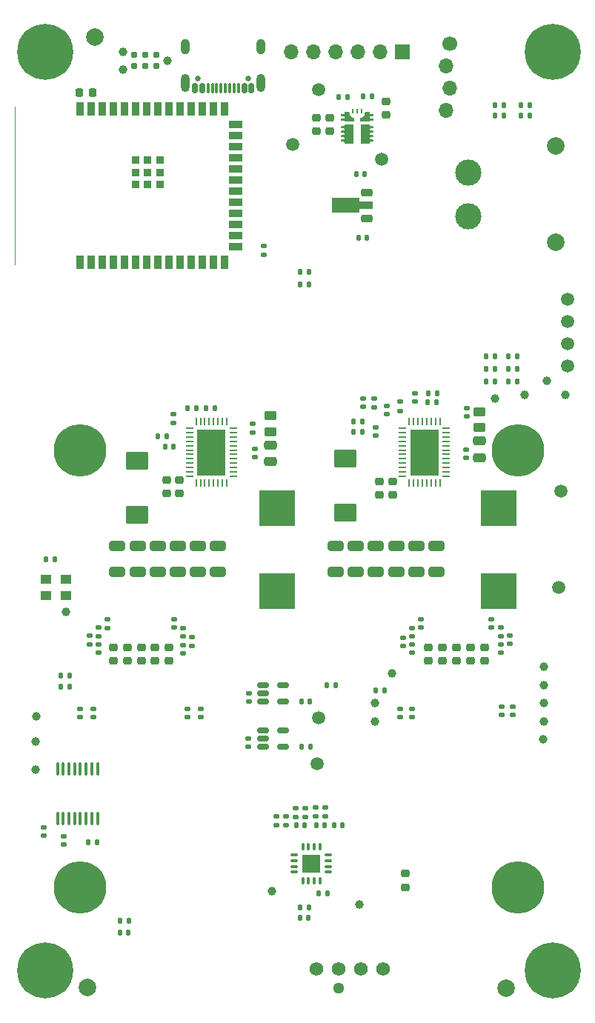
<source format=gbr>
%TF.GenerationSoftware,KiCad,Pcbnew,8.0.7*%
%TF.CreationDate,2025-02-10T22:40:20-05:00*%
%TF.ProjectId,BitaxeGT,42697461-7865-4475-942e-6b696361645f,v800*%
%TF.SameCoordinates,Original*%
%TF.FileFunction,Soldermask,Bot*%
%TF.FilePolarity,Negative*%
%FSLAX46Y46*%
G04 Gerber Fmt 4.6, Leading zero omitted, Abs format (unit mm)*
G04 Created by KiCad (PCBNEW 8.0.7) date 2025-02-10 22:40:20*
%MOMM*%
%LPD*%
G01*
G04 APERTURE LIST*
G04 Aperture macros list*
%AMRoundRect*
0 Rectangle with rounded corners*
0 $1 Rounding radius*
0 $2 $3 $4 $5 $6 $7 $8 $9 X,Y pos of 4 corners*
0 Add a 4 corners polygon primitive as box body*
4,1,4,$2,$3,$4,$5,$6,$7,$8,$9,$2,$3,0*
0 Add four circle primitives for the rounded corners*
1,1,$1+$1,$2,$3*
1,1,$1+$1,$4,$5*
1,1,$1+$1,$6,$7*
1,1,$1+$1,$8,$9*
0 Add four rect primitives between the rounded corners*
20,1,$1+$1,$2,$3,$4,$5,0*
20,1,$1+$1,$4,$5,$6,$7,0*
20,1,$1+$1,$6,$7,$8,$9,0*
20,1,$1+$1,$8,$9,$2,$3,0*%
%AMFreePoly0*
4,1,9,3.862500,-0.866500,0.737500,-0.866500,0.737500,-0.450000,-0.737500,-0.450000,-0.737500,0.450000,0.737500,0.450000,0.737500,0.866500,3.862500,0.866500,3.862500,-0.866500,3.862500,-0.866500,$1*%
G04 Aperture macros list end*
%ADD10C,0.000000*%
%ADD11C,0.120000*%
%ADD12C,6.000000*%
%ADD13C,0.800000*%
%ADD14C,6.400000*%
%ADD15R,1.700000X1.700000*%
%ADD16O,1.700000X1.700000*%
%ADD17C,3.000000*%
%ADD18C,2.000000*%
%ADD19C,1.574800*%
%ADD20C,1.295400*%
%ADD21C,1.700000*%
%ADD22RoundRect,0.135000X0.185000X-0.135000X0.185000X0.135000X-0.185000X0.135000X-0.185000X-0.135000X0*%
%ADD23RoundRect,0.140000X0.170000X-0.140000X0.170000X0.140000X-0.170000X0.140000X-0.170000X-0.140000X0*%
%ADD24RoundRect,0.140000X-0.140000X-0.170000X0.140000X-0.170000X0.140000X0.170000X-0.140000X0.170000X0*%
%ADD25RoundRect,0.135000X0.135000X0.185000X-0.135000X0.185000X-0.135000X-0.185000X0.135000X-0.185000X0*%
%ADD26C,1.000000*%
%ADD27RoundRect,0.140000X-0.170000X0.140000X-0.170000X-0.140000X0.170000X-0.140000X0.170000X0.140000X0*%
%ADD28C,0.787400*%
%ADD29C,0.990600*%
%ADD30RoundRect,0.250000X-0.650000X0.325000X-0.650000X-0.325000X0.650000X-0.325000X0.650000X0.325000X0*%
%ADD31RoundRect,0.225000X0.225000X0.250000X-0.225000X0.250000X-0.225000X-0.250000X0.225000X-0.250000X0*%
%ADD32RoundRect,0.225000X-0.250000X0.225000X-0.250000X-0.225000X0.250000X-0.225000X0.250000X0.225000X0*%
%ADD33R,1.300000X1.100000*%
%ADD34RoundRect,0.135000X-0.135000X-0.185000X0.135000X-0.185000X0.135000X0.185000X-0.135000X0.185000X0*%
%ADD35RoundRect,0.150000X-0.512500X-0.150000X0.512500X-0.150000X0.512500X0.150000X-0.512500X0.150000X0*%
%ADD36C,0.400000*%
%ADD37R,3.300000X5.300000*%
%ADD38RoundRect,0.062500X0.062500X0.337500X-0.062500X0.337500X-0.062500X-0.337500X0.062500X-0.337500X0*%
%ADD39RoundRect,0.062500X0.337500X0.062500X-0.337500X0.062500X-0.337500X-0.062500X0.337500X-0.062500X0*%
%ADD40C,1.500000*%
%ADD41RoundRect,0.140000X0.140000X0.170000X-0.140000X0.170000X-0.140000X-0.170000X0.140000X-0.170000X0*%
%ADD42R,0.220000X0.599999*%
%ADD43RoundRect,0.250000X0.475000X-0.250000X0.475000X0.250000X-0.475000X0.250000X-0.475000X-0.250000X0*%
%ADD44R,4.100000X4.100000*%
%ADD45O,1.000000X2.100000*%
%ADD46O,1.000000X1.800000*%
%ADD47RoundRect,0.075000X-0.075000X-0.500000X0.075000X-0.500000X0.075000X0.500000X-0.075000X0.500000X0*%
%ADD48RoundRect,0.150000X-0.150000X-0.425000X0.150000X-0.425000X0.150000X0.425000X-0.150000X0.425000X0*%
%ADD49C,0.650000*%
%ADD50RoundRect,0.135000X-0.185000X0.135000X-0.185000X-0.135000X0.185000X-0.135000X0.185000X0.135000X0*%
%ADD51RoundRect,0.250000X0.450000X-0.262500X0.450000X0.262500X-0.450000X0.262500X-0.450000X-0.262500X0*%
%ADD52RoundRect,0.100000X-0.100000X0.637500X-0.100000X-0.637500X0.100000X-0.637500X0.100000X0.637500X0*%
%ADD53RoundRect,0.225000X0.250000X-0.225000X0.250000X0.225000X-0.250000X0.225000X-0.250000X-0.225000X0*%
%ADD54RoundRect,0.250000X-1.025000X0.787500X-1.025000X-0.787500X1.025000X-0.787500X1.025000X0.787500X0*%
%ADD55R,0.900000X1.500000*%
%ADD56R,1.500000X0.900000*%
%ADD57R,0.900000X0.900000*%
%ADD58R,2.100000X2.100000*%
%ADD59RoundRect,0.075000X-0.350000X0.075000X-0.350000X-0.075000X0.350000X-0.075000X0.350000X0.075000X0*%
%ADD60RoundRect,0.075000X-0.075000X0.350000X-0.075000X-0.350000X0.075000X-0.350000X0.075000X0.350000X0*%
%ADD61RoundRect,0.225000X0.425000X0.225000X-0.425000X0.225000X-0.425000X-0.225000X0.425000X-0.225000X0*%
%ADD62FreePoly0,180.000000*%
G04 APERTURE END LIST*
D10*
%TO.C,U3*%
G36*
X136775000Y-48400001D02*
G01*
X136775000Y-48607001D01*
X136789999Y-48643000D01*
X137137001Y-48990000D01*
X137173001Y-49005001D01*
X137260001Y-49005001D01*
X137310003Y-49055001D01*
X137310001Y-49375000D01*
X137260001Y-49425000D01*
X136250000Y-49425000D01*
X136200000Y-49375000D01*
X136150000Y-49325000D01*
X135850001Y-49325000D01*
X135800001Y-49275001D01*
X135800001Y-49125001D01*
X135850001Y-49075001D01*
X136150000Y-49075001D01*
X136200000Y-49025001D01*
X136200000Y-48875001D01*
X136150000Y-48824999D01*
X135850001Y-48824999D01*
X135800001Y-48774999D01*
X135800001Y-48624999D01*
X135850001Y-48574999D01*
X136150000Y-48574999D01*
X136200000Y-48525000D01*
X136200000Y-48400001D01*
X136250000Y-48350001D01*
X136725001Y-48350001D01*
X136775000Y-48400001D01*
G37*
G36*
X139100000Y-48400001D02*
G01*
X139100000Y-48525000D01*
X139150000Y-48574999D01*
X139449999Y-48574999D01*
X139499999Y-48624999D01*
X139499999Y-48774999D01*
X139449999Y-48824999D01*
X139150000Y-48824999D01*
X139100000Y-48875001D01*
X139100000Y-49025001D01*
X139150000Y-49075001D01*
X139449999Y-49075001D01*
X139499999Y-49125001D01*
X139499999Y-49275001D01*
X139449999Y-49325000D01*
X139150000Y-49325000D01*
X139100000Y-49375000D01*
X139050000Y-49425000D01*
X138039999Y-49425000D01*
X137989999Y-49375000D01*
X137989997Y-49055001D01*
X138039999Y-49005001D01*
X138126999Y-49005001D01*
X138162999Y-48990000D01*
X138510001Y-48643000D01*
X138525000Y-48607001D01*
X138525000Y-48400001D01*
X138574999Y-48350001D01*
X139050000Y-48350001D01*
X139100000Y-48400001D01*
G37*
G36*
X137200001Y-49824999D02*
G01*
X137200001Y-51924998D01*
X137150004Y-51975000D01*
X136250000Y-51975000D01*
X136200000Y-51924998D01*
X136200000Y-51789999D01*
X136150000Y-51739999D01*
X135849999Y-51739999D01*
X135800001Y-51690000D01*
X135800001Y-51540000D01*
X135850001Y-51490000D01*
X136150000Y-51490000D01*
X136200000Y-51440000D01*
X136200000Y-51290000D01*
X136150000Y-51240000D01*
X135850001Y-51240000D01*
X135800001Y-51190001D01*
X135800001Y-51040001D01*
X135850001Y-50989998D01*
X136150000Y-50990001D01*
X136200000Y-50939999D01*
X136200000Y-50790001D01*
X136150000Y-50739999D01*
X135850001Y-50739999D01*
X135800001Y-50689999D01*
X135800001Y-50539999D01*
X135850001Y-50489999D01*
X136150000Y-50489999D01*
X136200000Y-50439997D01*
X136200000Y-50290000D01*
X136150000Y-50239995D01*
X135850001Y-50240000D01*
X135800001Y-50190003D01*
X135799999Y-50040000D01*
X135850001Y-49990003D01*
X136150000Y-49990000D01*
X136200000Y-49940001D01*
X136200000Y-49824999D01*
X136250003Y-49775002D01*
X137149998Y-49775000D01*
X137200001Y-49824999D01*
G37*
G36*
X139050000Y-49775002D02*
G01*
X139100000Y-49824999D01*
X139100000Y-49940001D01*
X139150000Y-49990000D01*
X139449999Y-49990003D01*
X139500001Y-50040000D01*
X139499999Y-50190003D01*
X139449999Y-50240000D01*
X139150000Y-50239997D01*
X139100000Y-50290000D01*
X139100000Y-50439997D01*
X139150000Y-50489999D01*
X139449999Y-50489999D01*
X139499999Y-50539999D01*
X139499999Y-50689999D01*
X139449999Y-50739999D01*
X139150000Y-50739999D01*
X139100000Y-50789999D01*
X139100000Y-50940001D01*
X139150000Y-50989998D01*
X139449999Y-50989998D01*
X139499999Y-51040001D01*
X139499999Y-51190001D01*
X139449999Y-51240000D01*
X139150000Y-51240000D01*
X139100000Y-51290000D01*
X139100000Y-51440000D01*
X139150000Y-51490000D01*
X139449999Y-51490000D01*
X139499999Y-51540000D01*
X139499999Y-51690000D01*
X139449999Y-51739999D01*
X139150000Y-51739999D01*
X139100000Y-51789999D01*
X139100000Y-51924998D01*
X139050000Y-51975000D01*
X138149999Y-51975000D01*
X138099999Y-51924998D01*
X138099999Y-49824999D01*
X138150002Y-49775000D01*
X139050000Y-49775002D01*
G37*
D11*
%TO.C,U6*%
X98520000Y-65750000D02*
X98520000Y-47750000D01*
%TD*%
D12*
%TO.C,H5*%
X156000000Y-87000000D03*
%TD*%
%TO.C,H8*%
X156000000Y-137000000D03*
%TD*%
%TO.C,H7*%
X106000000Y-137000000D03*
%TD*%
%TO.C,H6*%
X106000000Y-87000000D03*
%TD*%
D13*
%TO.C,H4*%
X99600000Y-146500000D03*
X100302944Y-144802944D03*
X100302944Y-148197056D03*
X102000000Y-144100000D03*
D14*
X102000000Y-146500000D03*
D13*
X102000000Y-148900000D03*
X103697056Y-144802944D03*
X103697056Y-148197056D03*
X104400000Y-146500000D03*
%TD*%
%TO.C,H2*%
X99600000Y-41500000D03*
X100302944Y-39802944D03*
X100302944Y-43197056D03*
X102000000Y-39100000D03*
D14*
X102000000Y-41500000D03*
D13*
X102000000Y-43900000D03*
X103697056Y-39802944D03*
X103697056Y-43197056D03*
X104400000Y-41500000D03*
%TD*%
%TO.C,H3*%
X157600000Y-146500000D03*
X158302944Y-144802944D03*
X158302944Y-148197056D03*
X160000000Y-144100000D03*
D14*
X160000000Y-146500000D03*
D13*
X160000000Y-148900000D03*
X161697056Y-144802944D03*
X161697056Y-148197056D03*
X162400000Y-146500000D03*
%TD*%
%TO.C,H1*%
X157600000Y-41500000D03*
X158302944Y-39802944D03*
X158302944Y-43197056D03*
X160000000Y-39100000D03*
D14*
X160000000Y-41500000D03*
D13*
X160000000Y-43900000D03*
X161697056Y-39802944D03*
X161697056Y-43197056D03*
X162400000Y-41500000D03*
%TD*%
D15*
%TO.C,J5*%
X142850000Y-41500000D03*
D16*
X140310000Y-41500000D03*
X137770000Y-41500000D03*
X135230000Y-41500000D03*
X132690000Y-41500000D03*
X130150000Y-41500000D03*
%TD*%
D17*
%TO.C,J1*%
X150350000Y-55250000D03*
X150350000Y-60250000D03*
D18*
X160350000Y-52250000D03*
X160350000Y-63250000D03*
%TD*%
D19*
%TO.C,J7*%
X133000600Y-146338851D03*
X135540600Y-146338851D03*
X138080600Y-146338851D03*
X140620600Y-146338851D03*
D20*
X135540600Y-148498852D03*
%TD*%
D21*
%TO.C,J3*%
X148200000Y-40550000D03*
D16*
X147800000Y-43090000D03*
X148200000Y-45630000D03*
X147800000Y-48170000D03*
%TD*%
D22*
%TO.C,R29*%
X134000000Y-128900000D03*
X134000000Y-127880000D03*
%TD*%
D23*
%TO.C,C17*%
X138300000Y-82080000D03*
X138300000Y-81120000D03*
%TD*%
D24*
%TO.C,C37*%
X115720000Y-86650000D03*
X116680000Y-86650000D03*
%TD*%
D25*
%TO.C,R22*%
X157400000Y-47600000D03*
X156380000Y-47600000D03*
%TD*%
D26*
%TO.C,TP6*%
X158950000Y-118000000D03*
%TD*%
%TO.C,TP20*%
X127950000Y-137400000D03*
%TD*%
D27*
%TO.C,C7*%
X150100000Y-86920000D03*
X150100000Y-87880000D03*
%TD*%
D28*
%TO.C,J8*%
X112130000Y-41830000D03*
X112130000Y-43100000D03*
X113400000Y-41830000D03*
X113400000Y-43100000D03*
X114670000Y-41830000D03*
X114670000Y-43100000D03*
D29*
X110860000Y-41449000D03*
X110860000Y-43481000D03*
X115940000Y-42465000D03*
%TD*%
D23*
%TO.C,C84*%
X143950000Y-117530000D03*
X143950000Y-116570000D03*
%TD*%
D26*
%TO.C,TP30*%
X156800000Y-80700000D03*
%TD*%
D30*
%TO.C,C12*%
X139800000Y-97975000D03*
X139800000Y-100925000D03*
%TD*%
%TO.C,C33*%
X114850000Y-98000000D03*
X114850000Y-100950000D03*
%TD*%
D31*
%TO.C,C49*%
X107425000Y-46150000D03*
X105875000Y-46150000D03*
%TD*%
D32*
%TO.C,C38*%
X116150000Y-109575000D03*
X116150000Y-111125000D03*
%TD*%
D30*
%TO.C,C14*%
X135200000Y-97975000D03*
X135200000Y-100925000D03*
%TD*%
D23*
%TO.C,C65*%
X107125000Y-109205000D03*
X107125000Y-108245000D03*
%TD*%
D33*
%TO.C,U8*%
X102050000Y-101750000D03*
X104350000Y-101750000D03*
X104350000Y-103650000D03*
X102050000Y-103650000D03*
%TD*%
D34*
%TO.C,R20*%
X110540000Y-140800000D03*
X111560000Y-140800000D03*
%TD*%
D35*
%TO.C,U11*%
X126875000Y-120900000D03*
X126875000Y-119950000D03*
X126875000Y-119000000D03*
X129150000Y-119000000D03*
X129150000Y-120900000D03*
%TD*%
D26*
%TO.C,TP14*%
X100900000Y-123550000D03*
%TD*%
D36*
%TO.C,U4*%
X119720000Y-85850000D03*
X119720000Y-87250000D03*
X119720000Y-88650000D03*
X121000000Y-84850000D03*
X121000000Y-85850000D03*
D37*
X121000000Y-87250000D03*
D36*
X121000000Y-87250000D03*
X121000000Y-88650000D03*
X121000000Y-89650000D03*
X122280000Y-85850000D03*
X122280000Y-87250000D03*
X122280000Y-88650000D03*
D38*
X122750000Y-83750000D03*
X122250000Y-83750000D03*
X121750000Y-83750000D03*
X121250000Y-83750000D03*
X120750000Y-83750000D03*
X120250000Y-83750000D03*
X119750000Y-83750000D03*
X119250000Y-83750000D03*
D39*
X118500000Y-84500000D03*
X118500000Y-85000000D03*
X118500000Y-85500000D03*
X118500000Y-86000000D03*
X118500000Y-86500000D03*
X118500000Y-87000000D03*
X118500000Y-87500000D03*
X118500000Y-88000000D03*
X118500000Y-88500000D03*
X118500000Y-89000000D03*
X118500000Y-89500000D03*
X118500000Y-90000000D03*
D38*
X119250000Y-90750000D03*
X119750000Y-90750000D03*
X120250000Y-90750000D03*
X120750000Y-90750000D03*
X121250000Y-90750000D03*
X121750000Y-90750000D03*
X122250000Y-90750000D03*
X122750000Y-90750000D03*
D39*
X123500000Y-90000000D03*
X123500000Y-89500000D03*
X123500000Y-89000000D03*
X123500000Y-88500000D03*
X123500000Y-88000000D03*
X123500000Y-87500000D03*
X123500000Y-87000000D03*
X123500000Y-86500000D03*
X123500000Y-86000000D03*
X123500000Y-85500000D03*
X123500000Y-85000000D03*
X123500000Y-84500000D03*
%TD*%
D18*
%TO.C,FID5*%
X106833200Y-148440000D03*
%TD*%
D23*
%TO.C,C80*%
X106000000Y-117530000D03*
X106000000Y-116570000D03*
%TD*%
%TO.C,C85*%
X142600000Y-117530000D03*
X142600000Y-116570000D03*
%TD*%
%TO.C,C75*%
X144940000Y-107310000D03*
X144940000Y-106350000D03*
%TD*%
D27*
%TO.C,C68*%
X116750000Y-106345000D03*
X116750000Y-107305000D03*
%TD*%
D40*
%TO.C,TP25*%
X161700000Y-77400000D03*
%TD*%
D32*
%TO.C,C57*%
X109800000Y-109575000D03*
X109800000Y-111125000D03*
%TD*%
D40*
%TO.C,TP28*%
X133275000Y-45775000D03*
%TD*%
D32*
%TO.C,C2*%
X141675000Y-90600000D03*
X141675000Y-92150000D03*
%TD*%
D40*
%TO.C,TP18*%
X133112500Y-122850000D03*
%TD*%
D24*
%TO.C,C53*%
X102120000Y-99500000D03*
X103080000Y-99500000D03*
%TD*%
D34*
%TO.C,R26*%
X103790000Y-114040000D03*
X104810000Y-114040000D03*
%TD*%
%TO.C,R21*%
X131090000Y-68100000D03*
X132110000Y-68100000D03*
%TD*%
D26*
%TO.C,TP21*%
X137900000Y-138950000D03*
%TD*%
D23*
%TO.C,C87*%
X155400000Y-117270000D03*
X155400000Y-116310000D03*
%TD*%
D30*
%TO.C,C11*%
X142100000Y-97975000D03*
X142100000Y-100925000D03*
%TD*%
D27*
%TO.C,C71*%
X117725000Y-109270000D03*
X117725000Y-110230000D03*
%TD*%
D34*
%TO.C,R23*%
X106890000Y-131800000D03*
X107910000Y-131800000D03*
%TD*%
%TO.C,R9*%
X154940000Y-76300000D03*
X155960000Y-76300000D03*
%TD*%
D41*
%TO.C,C20*%
X146680000Y-81550000D03*
X145720000Y-81550000D03*
%TD*%
D32*
%TO.C,C58*%
X152200000Y-109575000D03*
X152200000Y-111125000D03*
%TD*%
D40*
%TO.C,TP23*%
X161700000Y-72320000D03*
%TD*%
D34*
%TO.C,R19*%
X118290000Y-82200000D03*
X119310000Y-82200000D03*
%TD*%
D32*
%TO.C,C55*%
X112990000Y-109575000D03*
X112990000Y-111125000D03*
%TD*%
D24*
%TO.C,C92*%
X135020000Y-129890000D03*
X135980000Y-129890000D03*
%TD*%
D26*
%TO.C,TP31*%
X159300000Y-79100000D03*
%TD*%
D42*
%TO.C,U3*%
X137150001Y-48300001D03*
X137650000Y-48300001D03*
X138149999Y-48300001D03*
%TD*%
D34*
%TO.C,R8*%
X145740000Y-80500000D03*
X146760000Y-80500000D03*
%TD*%
D22*
%TO.C,R36*%
X130650000Y-128910000D03*
X130650000Y-127890000D03*
%TD*%
D27*
%TO.C,C88*%
X125212500Y-119970000D03*
X125212500Y-120930000D03*
%TD*%
D32*
%TO.C,C23*%
X117325000Y-90425000D03*
X117325000Y-91975000D03*
%TD*%
D34*
%TO.C,R13*%
X152340000Y-77700000D03*
X153360000Y-77700000D03*
%TD*%
D23*
%TO.C,C66*%
X108125000Y-108255000D03*
X108125000Y-107295000D03*
%TD*%
D30*
%TO.C,C34*%
X112550000Y-98000000D03*
X112550000Y-100950000D03*
%TD*%
D34*
%TO.C,R39*%
X153390000Y-47600000D03*
X154410000Y-47600000D03*
%TD*%
D26*
%TO.C,TP10*%
X100950000Y-117400000D03*
%TD*%
%TO.C,TP12*%
X100900000Y-120300000D03*
%TD*%
D32*
%TO.C,C60*%
X149000000Y-109575000D03*
X149000000Y-111125000D03*
%TD*%
D40*
%TO.C,TP15*%
X160700000Y-102700000D03*
%TD*%
D30*
%TO.C,C32*%
X117150000Y-98000000D03*
X117150000Y-100950000D03*
%TD*%
D32*
%TO.C,C59*%
X150600000Y-109575000D03*
X150600000Y-111125000D03*
%TD*%
D43*
%TO.C,C29*%
X127725000Y-88325000D03*
X127725000Y-86425000D03*
%TD*%
D44*
%TO.C,L1*%
X153850000Y-93650000D03*
X153850000Y-103150000D03*
%TD*%
D32*
%TO.C,C54*%
X114550000Y-109575000D03*
X114550000Y-111125000D03*
%TD*%
D26*
%TO.C,TP11*%
X141650000Y-112550000D03*
%TD*%
D44*
%TO.C,L2*%
X128500000Y-93650000D03*
X128500000Y-103150000D03*
%TD*%
D23*
%TO.C,C81*%
X107550000Y-117530000D03*
X107550000Y-116570000D03*
%TD*%
D40*
%TO.C,TP24*%
X161700000Y-74860000D03*
%TD*%
D34*
%TO.C,R18*%
X135565000Y-46650000D03*
X136585000Y-46650000D03*
%TD*%
D23*
%TO.C,C83*%
X118250000Y-117530000D03*
X118250000Y-116570000D03*
%TD*%
D32*
%TO.C,C24*%
X115850000Y-90425000D03*
X115850000Y-91975000D03*
%TD*%
D45*
%TO.C,J4*%
X126670000Y-45065000D03*
D46*
X126670000Y-40885000D03*
D45*
X118030000Y-45065000D03*
D46*
X118030000Y-40885000D03*
D47*
X120600000Y-45640000D03*
X121600000Y-45640000D03*
X123100000Y-45640000D03*
X124100000Y-45640000D03*
D48*
X124750000Y-45640000D03*
X125550000Y-45640000D03*
D47*
X123600000Y-45640000D03*
X122600000Y-45640000D03*
X122100000Y-45640000D03*
X121100000Y-45640000D03*
D48*
X119950000Y-45640000D03*
X119150000Y-45640000D03*
D49*
X125240000Y-44565000D03*
X119460000Y-44565000D03*
%TD*%
D36*
%TO.C,U1*%
X144070000Y-85850000D03*
X144070000Y-87250000D03*
X144070000Y-88650000D03*
X145350000Y-84850000D03*
X145350000Y-85850000D03*
D37*
X145350000Y-87250000D03*
D36*
X145350000Y-87250000D03*
X145350000Y-88650000D03*
X145350000Y-89650000D03*
X146630000Y-85850000D03*
X146630000Y-87250000D03*
X146630000Y-88650000D03*
D38*
X147100000Y-83750000D03*
X146600000Y-83750000D03*
X146100000Y-83750000D03*
X145600000Y-83750000D03*
X145100000Y-83750000D03*
X144600000Y-83750000D03*
X144100000Y-83750000D03*
X143600000Y-83750000D03*
D39*
X142850000Y-84500000D03*
X142850000Y-85000000D03*
X142850000Y-85500000D03*
X142850000Y-86000000D03*
X142850000Y-86500000D03*
X142850000Y-87000000D03*
X142850000Y-87500000D03*
X142850000Y-88000000D03*
X142850000Y-88500000D03*
X142850000Y-89000000D03*
X142850000Y-89500000D03*
X142850000Y-90000000D03*
D38*
X143600000Y-90750000D03*
X144100000Y-90750000D03*
X144600000Y-90750000D03*
X145100000Y-90750000D03*
X145600000Y-90750000D03*
X146100000Y-90750000D03*
X146600000Y-90750000D03*
X147100000Y-90750000D03*
D39*
X147850000Y-90000000D03*
X147850000Y-89500000D03*
X147850000Y-89000000D03*
X147850000Y-88500000D03*
X147850000Y-88000000D03*
X147850000Y-87500000D03*
X147850000Y-87000000D03*
X147850000Y-86500000D03*
X147850000Y-86000000D03*
X147850000Y-85500000D03*
X147850000Y-85000000D03*
X147850000Y-84500000D03*
%TD*%
D26*
%TO.C,TP8*%
X159000000Y-113850000D03*
%TD*%
D25*
%TO.C,R40*%
X157410000Y-48800000D03*
X156390000Y-48800000D03*
%TD*%
%TO.C,R4*%
X138260000Y-83700000D03*
X137240000Y-83700000D03*
%TD*%
D23*
%TO.C,C67*%
X109150000Y-107330000D03*
X109150000Y-106370000D03*
%TD*%
D24*
%TO.C,C46*%
X137820000Y-62700000D03*
X138780000Y-62700000D03*
%TD*%
D22*
%TO.C,R32*%
X132950000Y-128900000D03*
X132950000Y-127880000D03*
%TD*%
%TO.C,R34*%
X131700000Y-128910000D03*
X131700000Y-127890000D03*
%TD*%
D27*
%TO.C,C90*%
X125262500Y-114820000D03*
X125262500Y-115780000D03*
%TD*%
D50*
%TO.C,R35*%
X129500000Y-128840000D03*
X129500000Y-129860000D03*
%TD*%
D22*
%TO.C,R33*%
X128450000Y-129860000D03*
X128450000Y-128840000D03*
%TD*%
D25*
%TO.C,R30*%
X132110000Y-139300000D03*
X131090000Y-139300000D03*
%TD*%
D51*
%TO.C,R2*%
X151625000Y-84437500D03*
X151625000Y-82612500D03*
%TD*%
D40*
%TO.C,TP17*%
X160900000Y-91700000D03*
%TD*%
D24*
%TO.C,C47*%
X137570000Y-55450000D03*
X138530000Y-55450000D03*
%TD*%
D22*
%TO.C,R1*%
X142600000Y-82510000D03*
X142600000Y-81490000D03*
%TD*%
D52*
%TO.C,U7*%
X103425000Y-123425000D03*
X104075000Y-123425000D03*
X104725000Y-123425000D03*
X105375000Y-123425000D03*
X106025000Y-123425000D03*
X106675000Y-123425000D03*
X107325000Y-123425000D03*
X107975000Y-123425000D03*
X107975000Y-129150000D03*
X107325000Y-129150000D03*
X106675000Y-129150000D03*
X106025000Y-129150000D03*
X105375000Y-129150000D03*
X104725000Y-129150000D03*
X104075000Y-129150000D03*
X103425000Y-129150000D03*
%TD*%
D23*
%TO.C,C64*%
X108125000Y-110155000D03*
X108125000Y-109195000D03*
%TD*%
D27*
%TO.C,C15*%
X141050000Y-81920000D03*
X141050000Y-82880000D03*
%TD*%
D26*
%TO.C,TP9*%
X159000000Y-111800000D03*
%TD*%
D27*
%TO.C,C70*%
X118775000Y-108395000D03*
X118775000Y-109355000D03*
%TD*%
%TO.C,C78*%
X155050000Y-108170000D03*
X155050000Y-109130000D03*
%TD*%
D35*
%TO.C,U12*%
X126875000Y-115762500D03*
X126875000Y-114812500D03*
X126875000Y-113862500D03*
X129150000Y-113862500D03*
X129150000Y-115762500D03*
%TD*%
D26*
%TO.C,TP13*%
X139700000Y-115950000D03*
%TD*%
D27*
%TO.C,C19*%
X150150000Y-82220000D03*
X150150000Y-83180000D03*
%TD*%
D50*
%TO.C,R5*%
X139600000Y-81140000D03*
X139600000Y-82160000D03*
%TD*%
D18*
%TO.C,FID4*%
X107652800Y-39782000D03*
%TD*%
D40*
%TO.C,TP19*%
X133262500Y-117600000D03*
%TD*%
D27*
%TO.C,C76*%
X153010000Y-106310000D03*
X153010000Y-107270000D03*
%TD*%
D23*
%TO.C,C74*%
X143925000Y-108280000D03*
X143925000Y-107320000D03*
%TD*%
D32*
%TO.C,C62*%
X145800000Y-109575000D03*
X145800000Y-111125000D03*
%TD*%
D53*
%TO.C,C39*%
X140925000Y-48675000D03*
X140925000Y-47125000D03*
%TD*%
D32*
%TO.C,C56*%
X111400000Y-109575000D03*
X111400000Y-111125000D03*
%TD*%
D51*
%TO.C,R15*%
X127725000Y-84912500D03*
X127725000Y-83087500D03*
%TD*%
D26*
%TO.C,TP7*%
X159000000Y-115900000D03*
%TD*%
D24*
%TO.C,C48*%
X110520000Y-142150000D03*
X111480000Y-142150000D03*
%TD*%
D34*
%TO.C,R31*%
X133240000Y-137700000D03*
X134260000Y-137700000D03*
%TD*%
D54*
%TO.C,C1*%
X136325000Y-87962500D03*
X136325000Y-94187500D03*
%TD*%
D27*
%TO.C,C79*%
X154050000Y-109195000D03*
X154050000Y-110155000D03*
%TD*%
D32*
%TO.C,C61*%
X147400000Y-109575000D03*
X147400000Y-111125000D03*
%TD*%
D34*
%TO.C,R10*%
X154940000Y-77700000D03*
X155960000Y-77700000D03*
%TD*%
%TO.C,R7*%
X154940000Y-79150000D03*
X155960000Y-79150000D03*
%TD*%
D40*
%TO.C,TP27*%
X140450000Y-53725000D03*
%TD*%
D55*
%TO.C,U6*%
X106010000Y-48000000D03*
X107280000Y-48000000D03*
X108550000Y-48000000D03*
X109820000Y-48000000D03*
X111090000Y-48000000D03*
X112360000Y-48000000D03*
X113630000Y-48000000D03*
X114900000Y-48000000D03*
X116170000Y-48000000D03*
X117440000Y-48000000D03*
X118710000Y-48000000D03*
X119980000Y-48000000D03*
X121250000Y-48000000D03*
X122520000Y-48000000D03*
D56*
X123770000Y-49765000D03*
X123770000Y-51035000D03*
X123770000Y-52305000D03*
X123770000Y-53575000D03*
X123770000Y-54845000D03*
X123770000Y-56115000D03*
X123770000Y-57385000D03*
X123770000Y-58655000D03*
X123770000Y-59925000D03*
X123770000Y-61195000D03*
X123770000Y-62465000D03*
X123770000Y-63735000D03*
D55*
X122520000Y-65500000D03*
X121250000Y-65500000D03*
X119980000Y-65500000D03*
X118710000Y-65500000D03*
X117440000Y-65500000D03*
X116170000Y-65500000D03*
X114900000Y-65500000D03*
X113630000Y-65500000D03*
X112360000Y-65500000D03*
X111090000Y-65500000D03*
X109820000Y-65500000D03*
X108550000Y-65500000D03*
X107280000Y-65500000D03*
X106010000Y-65500000D03*
D57*
X115130000Y-53850000D03*
X113730000Y-53850000D03*
X112330000Y-53850000D03*
X115130000Y-55250000D03*
X113730000Y-55250000D03*
X112330000Y-55250000D03*
X115130000Y-56650000D03*
X113730000Y-56650000D03*
X112330000Y-56650000D03*
%TD*%
D32*
%TO.C,C3*%
X140200000Y-90600000D03*
X140200000Y-92150000D03*
%TD*%
D27*
%TO.C,C28*%
X126000000Y-86870000D03*
X126000000Y-87830000D03*
%TD*%
D41*
%TO.C,C91*%
X132230000Y-115750000D03*
X131270000Y-115750000D03*
%TD*%
D30*
%TO.C,C31*%
X119450000Y-98000000D03*
X119450000Y-100950000D03*
%TD*%
D25*
%TO.C,R11*%
X153375000Y-79150000D03*
X152355000Y-79150000D03*
%TD*%
D53*
%TO.C,C41*%
X143150000Y-136975000D03*
X143150000Y-135425000D03*
%TD*%
%TO.C,C44*%
X132975000Y-50575000D03*
X132975000Y-49025000D03*
%TD*%
D41*
%TO.C,C45*%
X121380000Y-82250000D03*
X120420000Y-82250000D03*
%TD*%
D34*
%TO.C,R12*%
X152340000Y-76300000D03*
X153360000Y-76300000D03*
%TD*%
D23*
%TO.C,C18*%
X144250000Y-81480000D03*
X144250000Y-80520000D03*
%TD*%
D40*
%TO.C,TP22*%
X161700000Y-69780000D03*
%TD*%
D30*
%TO.C,C9*%
X146700000Y-97975000D03*
X146700000Y-100925000D03*
%TD*%
D41*
%TO.C,C93*%
X133930000Y-129900000D03*
X132970000Y-129900000D03*
%TD*%
D18*
%TO.C,FID6*%
X154700000Y-148500000D03*
%TD*%
D58*
%TO.C,U13*%
X132425000Y-134275000D03*
D59*
X130475000Y-133300000D03*
X130475000Y-133950000D03*
X130475000Y-134600000D03*
X130475000Y-135250000D03*
D60*
X131450000Y-136225000D03*
X132100000Y-136225000D03*
X132750000Y-136225000D03*
X133400000Y-136225000D03*
D59*
X134375000Y-135250000D03*
X134375000Y-134600000D03*
X134375000Y-133950000D03*
X134375000Y-133300000D03*
D60*
X133400000Y-132325000D03*
X132750000Y-132325000D03*
X132100000Y-132325000D03*
X131450000Y-132325000D03*
%TD*%
D23*
%TO.C,C72*%
X143925000Y-110180000D03*
X143925000Y-109220000D03*
%TD*%
%TO.C,C86*%
X154200000Y-117270000D03*
X154200000Y-116310000D03*
%TD*%
D30*
%TO.C,C13*%
X137500000Y-97975000D03*
X137500000Y-100925000D03*
%TD*%
D50*
%TO.C,R6*%
X127000000Y-63690000D03*
X127000000Y-64710000D03*
%TD*%
D54*
%TO.C,C22*%
X112475000Y-88187500D03*
X112475000Y-94412500D03*
%TD*%
D30*
%TO.C,C10*%
X144400000Y-97975000D03*
X144400000Y-100925000D03*
%TD*%
D24*
%TO.C,C94*%
X131120000Y-140500000D03*
X132080000Y-140500000D03*
%TD*%
D30*
%TO.C,C35*%
X110237500Y-98000000D03*
X110237500Y-100950000D03*
%TD*%
D23*
%TO.C,C73*%
X142900000Y-109380000D03*
X142900000Y-108420000D03*
%TD*%
D27*
%TO.C,C36*%
X116650000Y-82920000D03*
X116650000Y-83880000D03*
%TD*%
D40*
%TO.C,TP26*%
X130250000Y-52050000D03*
%TD*%
D34*
%TO.C,R28*%
X139740000Y-114450000D03*
X140760000Y-114450000D03*
%TD*%
%TO.C,R16*%
X114840000Y-85450000D03*
X115860000Y-85450000D03*
%TD*%
%TO.C,R38*%
X153390000Y-48800000D03*
X154410000Y-48800000D03*
%TD*%
%TO.C,R17*%
X138290000Y-46600000D03*
X139310000Y-46600000D03*
%TD*%
D26*
%TO.C,TP16*%
X139650000Y-118000000D03*
%TD*%
D34*
%TO.C,R3*%
X137240000Y-84900000D03*
X138260000Y-84900000D03*
%TD*%
D26*
%TO.C,TP5*%
X158900000Y-120050000D03*
%TD*%
D27*
%TO.C,C16*%
X139750000Y-84420000D03*
X139750000Y-85380000D03*
%TD*%
D26*
%TO.C,TP1*%
X153400000Y-81100000D03*
%TD*%
D34*
%TO.C,R37*%
X131090000Y-66600000D03*
X132110000Y-66600000D03*
%TD*%
%TO.C,R24*%
X103790000Y-112750000D03*
X104810000Y-112750000D03*
%TD*%
D43*
%TO.C,C8*%
X151625000Y-87875000D03*
X151625000Y-85975000D03*
%TD*%
D41*
%TO.C,C89*%
X132280000Y-120900000D03*
X131320000Y-120900000D03*
%TD*%
D27*
%TO.C,C69*%
X117750000Y-107320000D03*
X117750000Y-108280000D03*
%TD*%
D34*
%TO.C,R27*%
X134190000Y-113850000D03*
X135210000Y-113850000D03*
%TD*%
D27*
%TO.C,C42*%
X125700000Y-84020000D03*
X125700000Y-84980000D03*
%TD*%
D26*
%TO.C,TP4*%
X104400000Y-105500000D03*
%TD*%
D27*
%TO.C,C77*%
X154050000Y-107295000D03*
X154050000Y-108255000D03*
%TD*%
D41*
%TO.C,C95*%
X131680000Y-129900000D03*
X130720000Y-129900000D03*
%TD*%
D23*
%TO.C,C51*%
X101800000Y-131080000D03*
X101800000Y-130120000D03*
%TD*%
D30*
%TO.C,C30*%
X121750000Y-98000000D03*
X121750000Y-100950000D03*
%TD*%
D23*
%TO.C,C82*%
X119750000Y-117530000D03*
X119750000Y-116570000D03*
%TD*%
D27*
%TO.C,C52*%
X104100000Y-131120000D03*
X104100000Y-132080000D03*
%TD*%
D61*
%TO.C,U5*%
X138750000Y-57537500D03*
D62*
X138662500Y-59037500D03*
D61*
X138750000Y-60537500D03*
%TD*%
D26*
%TO.C,TP3*%
X161400000Y-80700000D03*
%TD*%
D53*
%TO.C,C43*%
X134525000Y-50575000D03*
X134525000Y-49025000D03*
%TD*%
M02*

</source>
